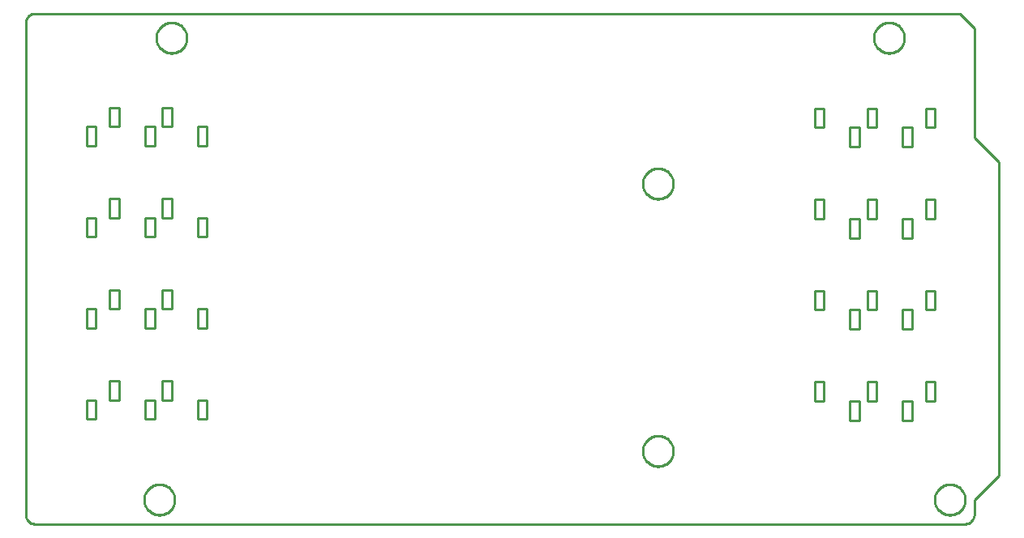
<source format=gbr>
G04 EAGLE Gerber RS-274X export*
G75*
%MOMM*%
%FSLAX34Y34*%
%LPD*%
%IN*%
%IPPOS*%
%AMOC8*
5,1,8,0,0,1.08239X$1,22.5*%
G01*
%ADD10C,0.254000*%


D10*
X1270Y11270D02*
X1308Y10398D01*
X1422Y9534D01*
X1611Y8682D01*
X1873Y7850D01*
X2207Y7044D01*
X2610Y6270D01*
X3078Y5534D01*
X3610Y4842D01*
X4199Y4199D01*
X4842Y3610D01*
X5534Y3078D01*
X6270Y2610D01*
X7044Y2207D01*
X7850Y1873D01*
X8682Y1611D01*
X9534Y1422D01*
X10398Y1308D01*
X11270Y1270D01*
X981870Y1270D01*
X982742Y1308D01*
X983606Y1422D01*
X984458Y1611D01*
X985290Y1873D01*
X986096Y2207D01*
X986870Y2610D01*
X987606Y3078D01*
X988298Y3610D01*
X988941Y4199D01*
X989530Y4842D01*
X990062Y5534D01*
X990530Y6270D01*
X990933Y7044D01*
X991267Y7850D01*
X991529Y8682D01*
X991718Y9534D01*
X991832Y10398D01*
X991870Y11270D01*
X991870Y26670D01*
X1017270Y52070D01*
X1017270Y379730D01*
X991870Y405130D01*
X991870Y519430D01*
X976630Y534670D01*
X11270Y534670D01*
X10398Y534632D01*
X9534Y534518D01*
X8682Y534329D01*
X7850Y534067D01*
X7044Y533733D01*
X6270Y533330D01*
X5534Y532862D01*
X4842Y532330D01*
X4199Y531741D01*
X3610Y531098D01*
X3078Y530406D01*
X2610Y529670D01*
X2207Y528896D01*
X1873Y528090D01*
X1611Y527258D01*
X1422Y526406D01*
X1308Y525542D01*
X1270Y524670D01*
X1270Y11270D01*
X825150Y224950D02*
X835150Y224950D01*
X835150Y244950D01*
X825150Y244950D01*
X825150Y224950D01*
X917150Y204950D02*
X927150Y204950D01*
X927150Y224950D01*
X917150Y224950D01*
X917150Y204950D01*
X941150Y224950D02*
X951150Y224950D01*
X951150Y244950D01*
X941150Y244950D01*
X941150Y224950D01*
X862150Y395450D02*
X872150Y395450D01*
X872150Y415450D01*
X862150Y415450D01*
X862150Y395450D01*
X880150Y415450D02*
X890150Y415450D01*
X890150Y435450D01*
X880150Y435450D01*
X880150Y415450D01*
X180850Y396400D02*
X190850Y396400D01*
X190850Y416400D01*
X180850Y416400D01*
X180850Y396400D01*
X88850Y416400D02*
X98850Y416400D01*
X98850Y436400D01*
X88850Y436400D01*
X88850Y416400D01*
X125850Y205900D02*
X135850Y205900D01*
X135850Y225900D01*
X125850Y225900D01*
X125850Y205900D01*
X143850Y225900D02*
X153850Y225900D01*
X153850Y245900D01*
X143850Y245900D01*
X143850Y225900D01*
X64850Y396400D02*
X74850Y396400D01*
X74850Y416400D01*
X64850Y416400D01*
X64850Y396400D01*
X862150Y109700D02*
X872150Y109700D01*
X872150Y129700D01*
X862150Y129700D01*
X862150Y109700D01*
X880150Y129700D02*
X890150Y129700D01*
X890150Y149700D01*
X880150Y149700D01*
X880150Y129700D01*
X825150Y320200D02*
X835150Y320200D01*
X835150Y340200D01*
X825150Y340200D01*
X825150Y320200D01*
X917150Y300200D02*
X927150Y300200D01*
X927150Y320200D01*
X917150Y320200D01*
X917150Y300200D01*
X941150Y320200D02*
X951150Y320200D01*
X951150Y340200D01*
X941150Y340200D01*
X941150Y320200D01*
X125850Y110650D02*
X135850Y110650D01*
X135850Y130650D01*
X125850Y130650D01*
X125850Y110650D01*
X143850Y130650D02*
X153850Y130650D01*
X153850Y150650D01*
X143850Y150650D01*
X143850Y130650D01*
X64850Y301150D02*
X74850Y301150D01*
X74850Y321150D01*
X64850Y321150D01*
X64850Y301150D01*
X88850Y321150D02*
X98850Y321150D01*
X98850Y341150D01*
X88850Y341150D01*
X88850Y321150D01*
X180850Y301150D02*
X190850Y301150D01*
X190850Y321150D01*
X180850Y321150D01*
X180850Y301150D01*
X825150Y129700D02*
X835150Y129700D01*
X835150Y149700D01*
X825150Y149700D01*
X825150Y129700D01*
X917150Y109700D02*
X927150Y109700D01*
X927150Y129700D01*
X917150Y129700D01*
X917150Y109700D01*
X941150Y129700D02*
X951150Y129700D01*
X951150Y149700D01*
X941150Y149700D01*
X941150Y129700D01*
X862150Y300200D02*
X872150Y300200D01*
X872150Y320200D01*
X862150Y320200D01*
X862150Y300200D01*
X880150Y320200D02*
X890150Y320200D01*
X890150Y340200D01*
X880150Y340200D01*
X880150Y320200D01*
X88850Y130650D02*
X98850Y130650D01*
X98850Y150650D01*
X88850Y150650D01*
X88850Y130650D01*
X64850Y110650D02*
X74850Y110650D01*
X74850Y130650D01*
X64850Y130650D01*
X64850Y110650D01*
X180850Y110650D02*
X190850Y110650D01*
X190850Y130650D01*
X180850Y130650D01*
X180850Y110650D01*
X125850Y301150D02*
X135850Y301150D01*
X135850Y321150D01*
X125850Y321150D01*
X125850Y301150D01*
X143850Y321150D02*
X153850Y321150D01*
X153850Y341150D01*
X143850Y341150D01*
X143850Y321150D01*
X862150Y204950D02*
X872150Y204950D01*
X872150Y224950D01*
X862150Y224950D01*
X862150Y204950D01*
X880150Y224950D02*
X890150Y224950D01*
X890150Y244950D01*
X880150Y244950D01*
X880150Y224950D01*
X825150Y415450D02*
X835150Y415450D01*
X835150Y435450D01*
X825150Y435450D01*
X825150Y415450D01*
X917150Y395450D02*
X927150Y395450D01*
X927150Y415450D01*
X917150Y415450D01*
X917150Y395450D01*
X941150Y415450D02*
X951150Y415450D01*
X951150Y435450D01*
X941150Y435450D01*
X941150Y415450D01*
X143850Y416400D02*
X153850Y416400D01*
X153850Y436400D01*
X143850Y436400D01*
X143850Y416400D01*
X125850Y396400D02*
X135850Y396400D01*
X135850Y416400D01*
X125850Y416400D01*
X125850Y396400D01*
X64850Y205900D02*
X74850Y205900D01*
X74850Y225900D01*
X64850Y225900D01*
X64850Y205900D01*
X88850Y225900D02*
X98850Y225900D01*
X98850Y245900D01*
X88850Y245900D01*
X88850Y225900D01*
X180850Y205900D02*
X190850Y205900D01*
X190850Y225900D01*
X180850Y225900D01*
X180850Y205900D01*
X982470Y26146D02*
X982402Y25101D01*
X982265Y24062D01*
X982060Y23035D01*
X981789Y22023D01*
X981453Y21031D01*
X981052Y20063D01*
X980588Y19124D01*
X980065Y18216D01*
X979483Y17345D01*
X978845Y16514D01*
X978154Y15727D01*
X977413Y14986D01*
X976626Y14295D01*
X975795Y13658D01*
X974924Y13076D01*
X974016Y12552D01*
X973077Y12088D01*
X972109Y11687D01*
X971117Y11351D01*
X970105Y11080D01*
X969078Y10875D01*
X968039Y10739D01*
X966994Y10670D01*
X965946Y10670D01*
X964901Y10739D01*
X963862Y10875D01*
X962835Y11080D01*
X961823Y11351D01*
X960831Y11687D01*
X959863Y12088D01*
X958924Y12552D01*
X958016Y13076D01*
X957145Y13658D01*
X956314Y14295D01*
X955527Y14986D01*
X954786Y15727D01*
X954095Y16514D01*
X953458Y17345D01*
X952876Y18216D01*
X952352Y19124D01*
X951888Y20063D01*
X951487Y21031D01*
X951151Y22023D01*
X950880Y23035D01*
X950675Y24062D01*
X950539Y25101D01*
X950470Y26146D01*
X950470Y27194D01*
X950539Y28239D01*
X950675Y29278D01*
X950880Y30305D01*
X951151Y31317D01*
X951487Y32309D01*
X951888Y33277D01*
X952352Y34216D01*
X952876Y35124D01*
X953458Y35995D01*
X954095Y36826D01*
X954786Y37613D01*
X955527Y38354D01*
X956314Y39045D01*
X957145Y39683D01*
X958016Y40265D01*
X958924Y40788D01*
X959863Y41252D01*
X960831Y41653D01*
X961823Y41989D01*
X962835Y42260D01*
X963862Y42465D01*
X964901Y42602D01*
X965946Y42670D01*
X966994Y42670D01*
X968039Y42602D01*
X969078Y42465D01*
X970105Y42260D01*
X971117Y41989D01*
X972109Y41653D01*
X973077Y41252D01*
X974016Y40788D01*
X974924Y40265D01*
X975795Y39683D01*
X976626Y39045D01*
X977413Y38354D01*
X978154Y37613D01*
X978845Y36826D01*
X979483Y35995D01*
X980065Y35124D01*
X980588Y34216D01*
X981052Y33277D01*
X981453Y32309D01*
X981789Y31317D01*
X982060Y30305D01*
X982265Y29278D01*
X982402Y28239D01*
X982470Y27194D01*
X982470Y26146D01*
X169670Y508746D02*
X169602Y507701D01*
X169465Y506662D01*
X169260Y505635D01*
X168989Y504623D01*
X168653Y503631D01*
X168252Y502663D01*
X167788Y501724D01*
X167265Y500816D01*
X166683Y499945D01*
X166045Y499114D01*
X165354Y498327D01*
X164613Y497586D01*
X163826Y496895D01*
X162995Y496258D01*
X162124Y495676D01*
X161216Y495152D01*
X160277Y494688D01*
X159309Y494287D01*
X158317Y493951D01*
X157305Y493680D01*
X156278Y493475D01*
X155239Y493339D01*
X154194Y493270D01*
X153146Y493270D01*
X152101Y493339D01*
X151062Y493475D01*
X150035Y493680D01*
X149023Y493951D01*
X148031Y494287D01*
X147063Y494688D01*
X146124Y495152D01*
X145216Y495676D01*
X144345Y496258D01*
X143514Y496895D01*
X142727Y497586D01*
X141986Y498327D01*
X141295Y499114D01*
X140658Y499945D01*
X140076Y500816D01*
X139552Y501724D01*
X139088Y502663D01*
X138687Y503631D01*
X138351Y504623D01*
X138080Y505635D01*
X137875Y506662D01*
X137739Y507701D01*
X137670Y508746D01*
X137670Y509794D01*
X137739Y510839D01*
X137875Y511878D01*
X138080Y512905D01*
X138351Y513917D01*
X138687Y514909D01*
X139088Y515877D01*
X139552Y516816D01*
X140076Y517724D01*
X140658Y518595D01*
X141295Y519426D01*
X141986Y520213D01*
X142727Y520954D01*
X143514Y521645D01*
X144345Y522283D01*
X145216Y522865D01*
X146124Y523388D01*
X147063Y523852D01*
X148031Y524253D01*
X149023Y524589D01*
X150035Y524860D01*
X151062Y525065D01*
X152101Y525202D01*
X153146Y525270D01*
X154194Y525270D01*
X155239Y525202D01*
X156278Y525065D01*
X157305Y524860D01*
X158317Y524589D01*
X159309Y524253D01*
X160277Y523852D01*
X161216Y523388D01*
X162124Y522865D01*
X162995Y522283D01*
X163826Y521645D01*
X164613Y520954D01*
X165354Y520213D01*
X166045Y519426D01*
X166683Y518595D01*
X167265Y517724D01*
X167788Y516816D01*
X168252Y515877D01*
X168653Y514909D01*
X168989Y513917D01*
X169260Y512905D01*
X169465Y511878D01*
X169602Y510839D01*
X169670Y509794D01*
X169670Y508746D01*
X918970Y508746D02*
X918902Y507701D01*
X918765Y506662D01*
X918560Y505635D01*
X918289Y504623D01*
X917953Y503631D01*
X917552Y502663D01*
X917088Y501724D01*
X916565Y500816D01*
X915983Y499945D01*
X915345Y499114D01*
X914654Y498327D01*
X913913Y497586D01*
X913126Y496895D01*
X912295Y496258D01*
X911424Y495676D01*
X910516Y495152D01*
X909577Y494688D01*
X908609Y494287D01*
X907617Y493951D01*
X906605Y493680D01*
X905578Y493475D01*
X904539Y493339D01*
X903494Y493270D01*
X902446Y493270D01*
X901401Y493339D01*
X900362Y493475D01*
X899335Y493680D01*
X898323Y493951D01*
X897331Y494287D01*
X896363Y494688D01*
X895424Y495152D01*
X894516Y495676D01*
X893645Y496258D01*
X892814Y496895D01*
X892027Y497586D01*
X891286Y498327D01*
X890595Y499114D01*
X889958Y499945D01*
X889376Y500816D01*
X888852Y501724D01*
X888388Y502663D01*
X887987Y503631D01*
X887651Y504623D01*
X887380Y505635D01*
X887175Y506662D01*
X887039Y507701D01*
X886970Y508746D01*
X886970Y509794D01*
X887039Y510839D01*
X887175Y511878D01*
X887380Y512905D01*
X887651Y513917D01*
X887987Y514909D01*
X888388Y515877D01*
X888852Y516816D01*
X889376Y517724D01*
X889958Y518595D01*
X890595Y519426D01*
X891286Y520213D01*
X892027Y520954D01*
X892814Y521645D01*
X893645Y522283D01*
X894516Y522865D01*
X895424Y523388D01*
X896363Y523852D01*
X897331Y524253D01*
X898323Y524589D01*
X899335Y524860D01*
X900362Y525065D01*
X901401Y525202D01*
X902446Y525270D01*
X903494Y525270D01*
X904539Y525202D01*
X905578Y525065D01*
X906605Y524860D01*
X907617Y524589D01*
X908609Y524253D01*
X909577Y523852D01*
X910516Y523388D01*
X911424Y522865D01*
X912295Y522283D01*
X913126Y521645D01*
X913913Y520954D01*
X914654Y520213D01*
X915345Y519426D01*
X915983Y518595D01*
X916565Y517724D01*
X917088Y516816D01*
X917552Y515877D01*
X917953Y514909D01*
X918289Y513917D01*
X918560Y512905D01*
X918765Y511878D01*
X918902Y510839D01*
X918970Y509794D01*
X918970Y508746D01*
X156970Y26146D02*
X156902Y25101D01*
X156765Y24062D01*
X156560Y23035D01*
X156289Y22023D01*
X155953Y21031D01*
X155552Y20063D01*
X155088Y19124D01*
X154565Y18216D01*
X153983Y17345D01*
X153345Y16514D01*
X152654Y15727D01*
X151913Y14986D01*
X151126Y14295D01*
X150295Y13658D01*
X149424Y13076D01*
X148516Y12552D01*
X147577Y12088D01*
X146609Y11687D01*
X145617Y11351D01*
X144605Y11080D01*
X143578Y10875D01*
X142539Y10739D01*
X141494Y10670D01*
X140446Y10670D01*
X139401Y10739D01*
X138362Y10875D01*
X137335Y11080D01*
X136323Y11351D01*
X135331Y11687D01*
X134363Y12088D01*
X133424Y12552D01*
X132516Y13076D01*
X131645Y13658D01*
X130814Y14295D01*
X130027Y14986D01*
X129286Y15727D01*
X128595Y16514D01*
X127958Y17345D01*
X127376Y18216D01*
X126852Y19124D01*
X126388Y20063D01*
X125987Y21031D01*
X125651Y22023D01*
X125380Y23035D01*
X125175Y24062D01*
X125039Y25101D01*
X124970Y26146D01*
X124970Y27194D01*
X125039Y28239D01*
X125175Y29278D01*
X125380Y30305D01*
X125651Y31317D01*
X125987Y32309D01*
X126388Y33277D01*
X126852Y34216D01*
X127376Y35124D01*
X127958Y35995D01*
X128595Y36826D01*
X129286Y37613D01*
X130027Y38354D01*
X130814Y39045D01*
X131645Y39683D01*
X132516Y40265D01*
X133424Y40788D01*
X134363Y41252D01*
X135331Y41653D01*
X136323Y41989D01*
X137335Y42260D01*
X138362Y42465D01*
X139401Y42602D01*
X140446Y42670D01*
X141494Y42670D01*
X142539Y42602D01*
X143578Y42465D01*
X144605Y42260D01*
X145617Y41989D01*
X146609Y41653D01*
X147577Y41252D01*
X148516Y40788D01*
X149424Y40265D01*
X150295Y39683D01*
X151126Y39045D01*
X151913Y38354D01*
X152654Y37613D01*
X153345Y36826D01*
X153983Y35995D01*
X154565Y35124D01*
X155088Y34216D01*
X155552Y33277D01*
X155953Y32309D01*
X156289Y31317D01*
X156560Y30305D01*
X156765Y29278D01*
X156902Y28239D01*
X156970Y27194D01*
X156970Y26146D01*
X677670Y356346D02*
X677602Y355301D01*
X677465Y354262D01*
X677260Y353235D01*
X676989Y352223D01*
X676653Y351231D01*
X676252Y350263D01*
X675788Y349324D01*
X675265Y348416D01*
X674683Y347545D01*
X674045Y346714D01*
X673354Y345927D01*
X672613Y345186D01*
X671826Y344495D01*
X670995Y343858D01*
X670124Y343276D01*
X669216Y342752D01*
X668277Y342288D01*
X667309Y341887D01*
X666317Y341551D01*
X665305Y341280D01*
X664278Y341075D01*
X663239Y340939D01*
X662194Y340870D01*
X661146Y340870D01*
X660101Y340939D01*
X659062Y341075D01*
X658035Y341280D01*
X657023Y341551D01*
X656031Y341887D01*
X655063Y342288D01*
X654124Y342752D01*
X653216Y343276D01*
X652345Y343858D01*
X651514Y344495D01*
X650727Y345186D01*
X649986Y345927D01*
X649295Y346714D01*
X648658Y347545D01*
X648076Y348416D01*
X647552Y349324D01*
X647088Y350263D01*
X646687Y351231D01*
X646351Y352223D01*
X646080Y353235D01*
X645875Y354262D01*
X645739Y355301D01*
X645670Y356346D01*
X645670Y357394D01*
X645739Y358439D01*
X645875Y359478D01*
X646080Y360505D01*
X646351Y361517D01*
X646687Y362509D01*
X647088Y363477D01*
X647552Y364416D01*
X648076Y365324D01*
X648658Y366195D01*
X649295Y367026D01*
X649986Y367813D01*
X650727Y368554D01*
X651514Y369245D01*
X652345Y369883D01*
X653216Y370465D01*
X654124Y370988D01*
X655063Y371452D01*
X656031Y371853D01*
X657023Y372189D01*
X658035Y372460D01*
X659062Y372665D01*
X660101Y372802D01*
X661146Y372870D01*
X662194Y372870D01*
X663239Y372802D01*
X664278Y372665D01*
X665305Y372460D01*
X666317Y372189D01*
X667309Y371853D01*
X668277Y371452D01*
X669216Y370988D01*
X670124Y370465D01*
X670995Y369883D01*
X671826Y369245D01*
X672613Y368554D01*
X673354Y367813D01*
X674045Y367026D01*
X674683Y366195D01*
X675265Y365324D01*
X675788Y364416D01*
X676252Y363477D01*
X676653Y362509D01*
X676989Y361517D01*
X677260Y360505D01*
X677465Y359478D01*
X677602Y358439D01*
X677670Y357394D01*
X677670Y356346D01*
X677670Y76946D02*
X677602Y75901D01*
X677465Y74862D01*
X677260Y73835D01*
X676989Y72823D01*
X676653Y71831D01*
X676252Y70863D01*
X675788Y69924D01*
X675265Y69016D01*
X674683Y68145D01*
X674045Y67314D01*
X673354Y66527D01*
X672613Y65786D01*
X671826Y65095D01*
X670995Y64458D01*
X670124Y63876D01*
X669216Y63352D01*
X668277Y62888D01*
X667309Y62487D01*
X666317Y62151D01*
X665305Y61880D01*
X664278Y61675D01*
X663239Y61539D01*
X662194Y61470D01*
X661146Y61470D01*
X660101Y61539D01*
X659062Y61675D01*
X658035Y61880D01*
X657023Y62151D01*
X656031Y62487D01*
X655063Y62888D01*
X654124Y63352D01*
X653216Y63876D01*
X652345Y64458D01*
X651514Y65095D01*
X650727Y65786D01*
X649986Y66527D01*
X649295Y67314D01*
X648658Y68145D01*
X648076Y69016D01*
X647552Y69924D01*
X647088Y70863D01*
X646687Y71831D01*
X646351Y72823D01*
X646080Y73835D01*
X645875Y74862D01*
X645739Y75901D01*
X645670Y76946D01*
X645670Y77994D01*
X645739Y79039D01*
X645875Y80078D01*
X646080Y81105D01*
X646351Y82117D01*
X646687Y83109D01*
X647088Y84077D01*
X647552Y85016D01*
X648076Y85924D01*
X648658Y86795D01*
X649295Y87626D01*
X649986Y88413D01*
X650727Y89154D01*
X651514Y89845D01*
X652345Y90483D01*
X653216Y91065D01*
X654124Y91588D01*
X655063Y92052D01*
X656031Y92453D01*
X657023Y92789D01*
X658035Y93060D01*
X659062Y93265D01*
X660101Y93402D01*
X661146Y93470D01*
X662194Y93470D01*
X663239Y93402D01*
X664278Y93265D01*
X665305Y93060D01*
X666317Y92789D01*
X667309Y92453D01*
X668277Y92052D01*
X669216Y91588D01*
X670124Y91065D01*
X670995Y90483D01*
X671826Y89845D01*
X672613Y89154D01*
X673354Y88413D01*
X674045Y87626D01*
X674683Y86795D01*
X675265Y85924D01*
X675788Y85016D01*
X676252Y84077D01*
X676653Y83109D01*
X676989Y82117D01*
X677260Y81105D01*
X677465Y80078D01*
X677602Y79039D01*
X677670Y77994D01*
X677670Y76946D01*
M02*

</source>
